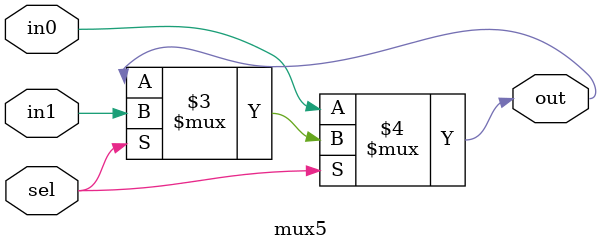
<source format=v>
module mux5 (input in0, in1, sel,
                    output out);

    assign out = (sel== 1'b0) ? in0 : (sel == 1'b1) ? in1: out;

endmodule
</source>
